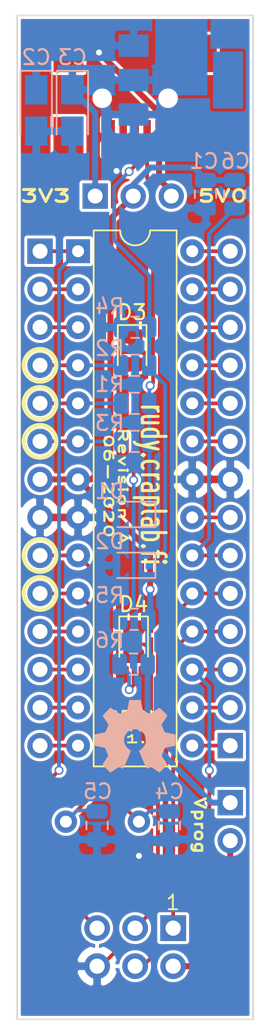
<source format=kicad_pcb>
(kicad_pcb (version 20171130) (host pcbnew 5.1.6-1.fc31)
  (layers (0 F.Cu signal) (31 B.Cu signal) (34 B.Paste user) (35 F.Paste user) (36 B.SilkS user) (37 F.SilkS user) (38 B.Mask user) (39 F.Mask user) (44 Edge.Cuts user))
  (net 0 "")
  (net 1 /VCC)
  (net 2 GND)
  (net 3 "Net-(C2-Pad1)")
  (net 4 "Net-(C3-Pad1)")
  (net 5 /PB6)
  (net 6 /PB7)
  (net 7 /PD3)
  (net 8 /PD2)
  (net 9 /#RESET)
  (net 10 /PB1)
  (net 11 /PD0)
  (net 12 /PB2)
  (net 13 /PD1)
  (net 14 /PB3)
  (net 15 /PB4)
  (net 16 /PB5)
  (net 17 /PD4)
  (net 18 /AVCC)
  (net 19 /AREF)
  (net 20 /PC0)
  (net 21 /PC1)
  (net 22 /PD5)
  (net 23 /PC2)
  (net 24 /PD6)
  (net 25 /PC3)
  (net 26 /PD7)
  (net 27 /PC4)
  (net 28 /PB0)
  (net 29 /PC5)
  (net 30 "Net-(JP2-Pad2)")
  (net 31 "Net-(D1-Pad1)")
  (net 32 "Net-(D2-Pad1)")
  (net 33 "Net-(D3-Pad2)")
  (net 34 "Net-(D4-Pad2)")
  (module TO_SOT_Packages_SMD:SOT-223 (layer B.Cu) (at 79.248 59.69)
    (fp_text reference U1 hide)
    (fp_text value LD1117S33TR)
    (pad 4 smd rect (at 3.15 0) (size 2 3.8) (layers B.Cu B.Paste B.Mask))
    (pad 2 smd rect (at -3.15 0) (size 2 1.5) (layers B.Cu B.Paste B.Mask) (net 4 "Net-(C3-Pad1)"))
    (pad 3 smd rect (at -3.15 -2.3) (size 2 1.5) (layers B.Cu B.Paste B.Mask) (net 3 "Net-(C2-Pad1)"))
    (pad 1 smd rect (at -3.15 2.3) (size 2 1.5) (layers B.Cu B.Paste B.Mask) (net 2 GND))
  )
  (module Connect:USB_Mini-B (layer F.Cu) (at 76.2 60.706 270)
    (fp_text reference P4 hide)
    (fp_text value USB_B)
    (pad 1 smd rect (at 2.8 -1.6 270) (size 2.3 0.5) (layers F.Cu F.Paste F.Mask) (net 3 "Net-(C2-Pad1)"))
    (pad 2 smd rect (at 2.8 -0.8 270) (size 2.3 0.5) (layers F.Cu F.Paste F.Mask) (net 31 "Net-(D1-Pad1)"))
    (pad 3 smd rect (at 2.8 0 270) (size 2.3 0.5) (layers F.Cu F.Paste F.Mask) (net 32 "Net-(D2-Pad1)"))
    (pad 4 smd rect (at 2.8 0.8 270) (size 2.3 0.5) (layers F.Cu F.Paste F.Mask) (net 2 GND))
    (pad 5 smd rect (at 2.8 1.6 270) (size 2.3 0.5) (layers F.Cu F.Paste F.Mask) (net 2 GND))
    (pad 6 smd rect (at 2.7 -4.45 270) (size 2.5 2) (layers F.Cu F.Paste F.Mask))
    (pad 6 smd rect (at -2.8 -4.45 270) (size 2.5 2) (layers F.Cu F.Paste F.Mask))
    (pad 6 smd rect (at 2.7 4.45 270) (size 2.5 2) (layers F.Cu F.Paste F.Mask))
    (pad 6 smd rect (at -2.8 4.45 270) (size 2.5 2) (layers F.Cu F.Paste F.Mask))
    (pad "" np_thru_hole circle (at 0.2 -2.2 270) (size 0.9 0.9) (drill 0.9) (layers *.Cu *.Mask))
    (pad "" np_thru_hole circle (at 0.2 2.2 270) (size 0.9 0.9) (drill 0.9) (layers *.Cu *.Mask))
  )
  (module Pin_Headers:Pin_Header_Straight_1x03_Pitch2.54mm (layer F.Cu) (at 73.533 67.437 90)
    (fp_text reference JP1 hide)
    (fp_text value JUMPER3)
    (pad 1 thru_hole rect (at 0 0 90) (size 1.7 1.7) (drill 1) (layers *.Cu *.Mask) (net 4 "Net-(C3-Pad1)"))
    (pad 2 thru_hole oval (at 0 2.54 90) (size 1.7 1.7) (drill 1) (layers *.Cu *.Mask) (net 1 /VCC))
    (pad 3 thru_hole oval (at 0 5.08 90) (size 1.7 1.7) (drill 1) (layers *.Cu *.Mask) (net 3 "Net-(C2-Pad1)"))
  )
  (module Socket_Strips:Socket_Strip_Straight_1x14_Pitch2.54mm (layer F.Cu) (at 69.85 71.12)
    (fp_text reference P1 hide)
    (fp_text value CONN1)
    (pad 1 thru_hole rect (at 0 0) (size 1.7 1.7) (drill 1) (layers *.Cu *.Mask) (net 9 /#RESET))
    (pad 2 thru_hole oval (at 0 2.54) (size 1.7 1.7) (drill 1) (layers *.Cu *.Mask) (net 11 /PD0))
    (pad 3 thru_hole oval (at 0 5.08) (size 1.7 1.7) (drill 1) (layers *.Cu *.Mask) (net 13 /PD1))
    (pad 4 thru_hole oval (at 0 7.62) (size 1.7 1.7) (drill 1) (layers *.Cu *.Mask) (net 8 /PD2))
    (pad 5 thru_hole oval (at 0 10.16) (size 1.7 1.7) (drill 1) (layers *.Cu *.Mask) (net 7 /PD3))
    (pad 6 thru_hole oval (at 0 12.7) (size 1.7 1.7) (drill 1) (layers *.Cu *.Mask) (net 17 /PD4))
    (pad 7 thru_hole oval (at 0 15.24) (size 1.7 1.7) (drill 1) (layers *.Cu *.Mask) (net 1 /VCC))
    (pad 8 thru_hole oval (at 0 17.78) (size 1.7 1.7) (drill 1) (layers *.Cu *.Mask) (net 2 GND))
    (pad 9 thru_hole oval (at 0 20.32) (size 1.7 1.7) (drill 1) (layers *.Cu *.Mask) (net 5 /PB6))
    (pad 10 thru_hole oval (at 0 22.86) (size 1.7 1.7) (drill 1) (layers *.Cu *.Mask) (net 6 /PB7))
    (pad 11 thru_hole oval (at 0 25.4) (size 1.7 1.7) (drill 1) (layers *.Cu *.Mask) (net 22 /PD5))
    (pad 12 thru_hole oval (at 0 27.94) (size 1.7 1.7) (drill 1) (layers *.Cu *.Mask) (net 24 /PD6))
    (pad 13 thru_hole oval (at 0 30.48) (size 1.7 1.7) (drill 1) (layers *.Cu *.Mask) (net 26 /PD7))
    (pad 14 thru_hole oval (at 0 33.02) (size 1.7 1.7) (drill 1) (layers *.Cu *.Mask) (net 28 /PB0))
  )
  (module Socket_Strips:Socket_Strip_Straight_1x14_Pitch2.54mm (layer F.Cu) (at 82.55 104.14 180)
    (fp_text reference P2 hide)
    (fp_text value CONN2)
    (pad 1 thru_hole rect (at 0 0 180) (size 1.7 1.7) (drill 1) (layers *.Cu *.Mask) (net 10 /PB1))
    (pad 2 thru_hole oval (at 0 2.54 180) (size 1.7 1.7) (drill 1) (layers *.Cu *.Mask) (net 12 /PB2))
    (pad 3 thru_hole oval (at 0 5.08 180) (size 1.7 1.7) (drill 1) (layers *.Cu *.Mask) (net 14 /PB3))
    (pad 4 thru_hole oval (at 0 7.62 180) (size 1.7 1.7) (drill 1) (layers *.Cu *.Mask) (net 15 /PB4))
    (pad 5 thru_hole oval (at 0 10.16 180) (size 1.7 1.7) (drill 1) (layers *.Cu *.Mask) (net 16 /PB5))
    (pad 6 thru_hole oval (at 0 12.7 180) (size 1.7 1.7) (drill 1) (layers *.Cu *.Mask) (net 18 /AVCC))
    (pad 7 thru_hole oval (at 0 15.24 180) (size 1.7 1.7) (drill 1) (layers *.Cu *.Mask) (net 19 /AREF))
    (pad 8 thru_hole oval (at 0 17.78 180) (size 1.7 1.7) (drill 1) (layers *.Cu *.Mask) (net 2 GND))
    (pad 9 thru_hole oval (at 0 20.32 180) (size 1.7 1.7) (drill 1) (layers *.Cu *.Mask) (net 20 /PC0))
    (pad 10 thru_hole oval (at 0 22.86 180) (size 1.7 1.7) (drill 1) (layers *.Cu *.Mask) (net 21 /PC1))
    (pad 11 thru_hole oval (at 0 25.4 180) (size 1.7 1.7) (drill 1) (layers *.Cu *.Mask) (net 23 /PC2))
    (pad 12 thru_hole oval (at 0 27.94 180) (size 1.7 1.7) (drill 1) (layers *.Cu *.Mask) (net 25 /PC3))
    (pad 13 thru_hole oval (at 0 30.48 180) (size 1.7 1.7) (drill 1) (layers *.Cu *.Mask) (net 27 /PC4))
    (pad 14 thru_hole oval (at 0 33.02 180) (size 1.7 1.7) (drill 1) (layers *.Cu *.Mask) (net 29 /PC5))
  )
  (module Pin_Headers:Pin_Header_Straight_1x02_Pitch2.54mm (layer F.Cu) (at 82.55 107.95)
    (fp_text reference JP2 hide)
    (fp_text value JUMPER hide)
    (pad 1 thru_hole rect (at 0 0) (size 1.7 1.7) (drill 1) (layers *.Cu *.Mask) (net 1 /VCC))
    (pad 2 thru_hole oval (at 0 2.54) (size 1.7 1.7) (drill 1) (layers *.Cu *.Mask) (net 30 "Net-(JP2-Pad2)"))
  )
  (module Connect:IDC_Header_Straight_6pins (layer F.Cu) (at 78.74 116.332 180)
    (fp_text reference P3 hide)
    (fp_text value SERPROG)
    (fp_text user 1 (at 0.02 1.72) (layer F.SilkS) (effects (font (thickness 0.12))))
    (pad 1 thru_hole rect (at 0 0 180) (size 1.7272 1.7272) (drill 1.016) (layers *.Cu *.Mask) (net 15 /PB4))
    (pad 2 thru_hole oval (at 0 -2.54 180) (size 1.7272 1.7272) (drill 1.016) (layers *.Cu *.Mask) (net 30 "Net-(JP2-Pad2)"))
    (pad 3 thru_hole oval (at 2.54 0 180) (size 1.7272 1.7272) (drill 1.016) (layers *.Cu *.Mask) (net 16 /PB5))
    (pad 4 thru_hole oval (at 2.54 -2.54 180) (size 1.7272 1.7272) (drill 1.016) (layers *.Cu *.Mask) (net 14 /PB3))
    (pad 5 thru_hole oval (at 5.08 0 180) (size 1.7272 1.7272) (drill 1.016) (layers *.Cu *.Mask) (net 9 /#RESET))
    (pad 6 thru_hole oval (at 5.08 -2.54 180) (size 1.7272 1.7272) (drill 1.016) (layers *.Cu *.Mask) (net 2 GND))
  )
  (module Crystals:Crystal_HC49-U_Vertical (layer F.Cu) (at 76.454 109.22 180)
    (fp_text reference Y1 hide)
    (fp_text value Crystal)
    (pad 1 thru_hole circle (at 0 0 180) (size 1.5 1.5) (drill 0.8) (layers *.Cu *.Mask) (net 5 /PB6))
    (pad 2 thru_hole circle (at 4.88 0 180) (size 1.5 1.5) (drill 0.8) (layers *.Cu *.Mask) (net 6 /PB7))
  )
  (module Artwork_4chord-midi:oshw_50 (layer B.Cu) (at 76.2 103.5 180)
    (fp_text reference oshw hide)
    (fp_text value LOGO hide)
    (fp_poly (pts (xy 0.455191 2.053732) (xy 0.476249 1.944907) (xy 0.49626 1.848111) (xy 0.51393 1.769098) (xy 0.527966 1.713624) (xy 0.537073 1.687442) (xy 0.537757 1.686558) (xy 0.560401 1.673653) (xy 0.609154 1.651039) (xy 0.676207 1.621909) (xy 0.753752 1.589452) (xy 0.833983 1.556859) (xy 0.909092 1.527321) (xy 0.971271 1.504028) (xy 1.012712 1.490172) (xy 1.024322 1.487715) (xy 1.044907 1.497556) (xy 1.090226 1.52493) (xy 1.155248 1.566611) (xy 1.234944 1.619377) (xy 1.324284 1.680001) (xy 1.324909 1.68043) (xy 1.414788 1.741755) (xy 1.495397 1.79605) (xy 1.561584 1.839901) (xy 1.608199 1.869896) (xy 1.630024 1.882596) (xy 1.649969 1.873346) (xy 1.689846 1.842241) (xy 1.744877 1.793999) (xy 1.810287 1.733339) (xy 1.881301 1.664981) (xy 1.953141 1.593644) (xy 2.021032 1.524047) (xy 2.080198 1.460909) (xy 2.125864 1.408949) (xy 2.153252 1.372887) (xy 2.159 1.359906) (xy 2.149154 1.336452) (xy 2.121778 1.288492) (xy 2.080123 1.221272) (xy 2.027434 1.140037) (xy 1.9685 1.052286) (xy 1.908268 0.96287) (xy 1.85587 0.882854) (xy 1.814539 0.817358) (xy 1.787506 0.771501) (xy 1.778 0.750523) (xy 1.784983 0.72594) (xy 1.803769 0.675913) (xy 1.831116 0.608016) (xy 1.86378 0.529825) (xy 1.898517 0.448914) (xy 1.932086 0.372857) (xy 1.961243 0.309231) (xy 1.982745 0.265609) (xy 1.992176 0.250282) (xy 2.011972 0.244082) (xy 2.060732 0.232542) (xy 2.131757 0.217007) (xy 2.218344 0.198821) (xy 2.313796 0.179329) (xy 2.411411 0.159878) (xy 2.504489 0.141812) (xy 2.58633 0.126476) (xy 2.650233 0.115215) (xy 2.689499 0.109376) (xy 2.696588 0.108858) (xy 2.700388 0.09181) (xy 2.702934 0.044999) (xy 2.704324 -0.025078) (xy 2.704656 -0.111925) (xy 2.704028 -0.209045) (xy 2.702538 -0.309941) (xy 2.700285 -0.408115) (xy 2.697366 -0.497071) (xy 2.69388 -0.570312) (xy 2.689925 -0.621341) (xy 2.685598 -0.64366) (xy 2.685217 -0.644026) (xy 2.662274 -0.650843) (xy 2.609723 -0.662889) (xy 2.53365 -0.678879) (xy 2.440145 -0.697528) (xy 2.348226 -0.715128) (xy 2.242297 -0.736164) (xy 2.148984 -0.756844) (xy 2.074336 -0.775662) (xy 2.024401 -0.791112) (xy 2.006072 -0.800281) (xy 1.991226 -0.825836) (xy 1.967023 -0.877538) (xy 1.936572 -0.947671) (xy 1.902981 -1.028523) (xy 1.869361 -1.112379) (xy 1.83882 -1.191524) (xy 1.814469 -1.258244) (xy 1.799416 -1.304825) (xy 1.796076 -1.32128) (xy 1.805985 -1.34343) (xy 1.833429 -1.389938) (xy 1.875051 -1.455495) (xy 1.927492 -1.534789) (xy 1.977572 -1.608309) (xy 2.036622 -1.695576) (xy 2.087636 -1.774174) (xy 2.127238 -1.83864) (xy 2.152052 -1.88351) (xy 2.159 -1.901985) (xy 2.14677 -1.922351) (xy 2.113264 -1.962965) (xy 2.063265 -2.018912) (xy 2.001552 -2.085276) (xy 1.932905 -2.157141) (xy 1.862105 -2.229592) (xy 1.793933 -2.297714) (xy 1.733168 -2.356591) (xy 1.684591 -2.401307) (xy 1.652983 -2.426947) (xy 1.644394 -2.431142) (xy 1.625086 -2.421351) (xy 1.581232 -2.394239) (xy 1.51808 -2.353201) (xy 1.440875 -2.301631) (xy 1.377196 -2.258283) (xy 1.291588 -2.200064) (xy 1.214866 -2.148835) (xy 1.152663 -2.108283) (xy 1.110609 -2.082096) (xy 1.096015 -2.074221) (xy 1.066123 -2.076289) (xy 1.014414 -2.092317) (xy 0.951028 -2.119083) (xy 0.943429 -2.122714) (xy 0.880692 -2.150329) (xy 0.828581 -2.168316) (xy 0.797112 -2.173303) (xy 0.79484 -2.17274) (xy 0.783955 -2.155102) (xy 0.761215 -2.108592) (xy 0.728616 -2.037873) (xy 0.688154 -1.947611) (xy 0.641829 -1.842469) (xy 0.591635 -1.727113) (xy 0.539571 -1.606206) (xy 0.487634 -1.484414) (xy 0.437821 -1.366401) (xy 0.392128 -1.25683) (xy 0.352554 -1.160368) (xy 0.321094 -1.081677) (xy 0.299747 -1.025424) (xy 0.290509 -0.996271) (xy 0.290286 -0.994293) (xy 0.303877 -0.979203) (xy 0.340169 -0.948455) (xy 0.39244 -0.907624) (xy 0.416584 -0.88952) (xy 0.543026 -0.775957) (xy 0.639276 -0.647705) (xy 0.705039 -0.508855) (xy 0.74002 -0.363502) (xy 0.743924 -0.215738) (xy 0.716456 -0.069657) (xy 0.657321 0.070649) (xy 0.566224 0.201086) (xy 0.50012 0.269233) (xy 0.374998 0.362294) (xy 0.240593 0.423393) (xy 0.100951 0.454317) (xy -0.039879 0.456853) (xy -0.177849 0.432786) (xy -0.308911 0.383903) (xy -0.429017 0.31199) (xy -0.534119 0.218834) (xy -0.620168 0.10622) (xy -0.683117 -0.024065) (xy -0.718918 -0.170234) (xy -0.725714 -0.27169) (xy -0.708563 -0.434205) (xy -0.65746 -0.584416) (xy -0.572931 -0.72133) (xy -0.455503 -0.843954) (xy -0.398441 -0.88952) (xy -0.341617 -0.932844) (xy -0.298054 -0.968341) (xy -0.274474 -0.990434) (xy -0.272142 -0.994293) (xy -0.279045 -1.018308) (xy -0.298421 -1.070231) (xy -0.32827 -1.145397) (xy -0.366595 -1.23914) (xy -0.411396 -1.346797) (xy -0.460675 -1.463702) (xy -0.512432 -1.585192) (xy -0.56467 -1.706601) (xy -0.615389 -1.823265) (xy -0.66259 -1.93052) (xy -0.704274 -2.0237) (xy -0.738444 -2.098142) (xy -0.763099 -2.14918) (xy -0.776241 -2.17215) (xy -0.777197 -2.172932) (xy -0.804709 -2.169966) (xy -0.854543 -2.15324) (xy -0.917037 -2.126132) (xy -0.932124 -2.118813) (xy -1.061357 -2.054833) (xy -1.336376 -2.242988) (xy -1.424558 -2.302766) (xy -1.502727 -2.35471) (xy -1.565876 -2.395579) (xy -1.609 -2.422131) (xy -1.626904 -2.431142) (xy -1.643947 -2.418869) (xy -1.682268 -2.384674) (xy -1.737689 -2.332498) (xy -1.806035 -2.266279) (xy -1.883129 -2.189957) (xy -1.891636 -2.181443) (xy -1.968889 -2.102546) (xy -2.036399 -2.03074) (xy -2.090193 -1.970488) (xy -2.126302 -1.926248) (xy -2.140754 -1.902481) (xy -2.140857 -1.901507) (xy -2.130935 -1.877287) (xy -2.10342 -1.828905) (xy -2.061685 -1.761814) (xy -2.009104 -1.681467) (xy -1.959428 -1.608309) (xy -1.90048 -1.521564) (xy -1.849525 -1.444086) (xy -1.80992 -1.381187) (xy -1.785023 -1.338174) (xy -1.777932 -1.32128) (xy -1.784666 -1.293298) (xy -1.802865 -1.239799) (xy -1.82942 -1.168499) (xy -1.861222 -1.087112) (xy -1.895162 -1.003352) (xy -1.92813 -0.924933) (xy -1.957016 -0.85957) (xy -1.978712 -0.814977) (xy -1.987928 -0.800281) (xy -2.012833 -0.788757) (xy -2.067456 -0.772619) (xy -2.14575 -0.753373) (xy -2.241667 -0.732525) (xy -2.330083 -0.715128) (xy -2.433897 -0.695201) (xy -2.525639 -0.676802) (xy -2.599219 -0.661216) (xy -2.648551 -0.649728) (xy -2.667073 -0.644026) (xy -2.671426 -0.624447) (xy -2.675417 -0.575606) (xy -2.678947 -0.504002) (xy -2.681918 -0.416129) (xy -2.684231 -0.318486) (xy -2.685789 -0.217569) (xy -2.686494 -0.119875) (xy -2.686247 -0.031902) (xy -2.684952 0.039854) (xy -2.682509 0.088896) (xy -2.678819 0.108727) (xy -2.678445 0.108858) (xy -2.650351 0.112273) (xy -2.595062 0.121623) (xy -2.519278 0.135562) (xy -2.429699 0.152744) (xy -2.333025 0.171826) (xy -2.235957 0.191461) (xy -2.145195 0.210304) (xy -2.067439 0.22701) (xy -2.009389 0.240234) (xy -1.977745 0.248631) (xy -1.974033 0.250282) (xy -1.960856 0.272785) (xy -1.937466 0.321267) (xy -1.907106 0.388153) (xy -1.87302 0.465866) (xy -1.83845 0.546834) (xy -1.80664 0.623481) (xy -1.780832 0.688231) (xy -1.764271 0.733512) (xy -1.759857 0.750523) (xy -1.769673 0.772067) (xy -1.796967 0.818287) (xy -1.838506 0.884063) (xy -1.891058 0.964274) (xy -1.950357 1.052286) (xy -2.01068 1.142142) (xy -2.063139 1.223099) (xy -2.104485 1.289911) (xy -2.131472 1.337336) (xy -2.140857 1.359906) (xy -2.128514 1.382562) (xy -2.094668 1.424302) (xy -2.044096 1.480408) (xy -1.981574 1.54616) (xy -1.911878 1.61684) (xy -1.839782 1.687727) (xy -1.770065 1.754103) (xy -1.7075 1.811249) (xy -1.656865 1.854445) (xy -1.622935 1.878973) (xy -1.61188 1.882596) (xy -1.589763 1.869713) (xy -1.542964 1.839589) (xy -1.476636 1.795637) (xy -1.395928 1.74127) (xy -1.306765 1.68043) (xy -1.217377 1.619764) (xy -1.137599 1.566934) (xy -1.072461 1.525167) (xy -1.026993 1.497686) (xy -1.006223 1.487715) (xy -1.006178 1.487715) (xy -0.980774 1.494445) (xy -0.929988 1.51251) (xy -0.861629 1.538718) (xy -0.783504 1.569879) (xy -0.70342 1.602801) (xy -0.629186 1.634295) (xy -0.568608 1.661169) (xy -0.529495 1.680232) (xy -0.519614 1.686558) (xy -0.511168 1.708934) (xy -0.497643 1.761276) (xy -0.480331 1.83783) (xy -0.460527 1.932842) (xy -0.439525 2.040556) (xy -0.437048 2.053732) (xy -0.371458 2.403929) (xy 0.389602 2.403929) (xy 0.455191 2.053732)) (layer B.SilkS) (width 0.01))
  )
  (module Housings_DIP:DIP-28_W7.62mm (layer F.Cu) (at 72.39 71.12)
    (fp_text reference IC1 hide)
    (fp_text value ATMEGA328-P)
    (fp_line (start 6.58 -1.39) (end 4.81 -1.39) (layer F.SilkS) (width 0.12))
    (fp_line (start 6.58 34.41) (end 6.58 -1.39) (layer F.SilkS) (width 0.12))
    (fp_line (start 1.04 34.41) (end 6.58 34.41) (layer F.SilkS) (width 0.12))
    (fp_line (start 1.04 -1.39) (end 1.04 34.41) (layer F.SilkS) (width 0.12))
    (fp_line (start 2.81 -1.39) (end 1.04 -1.39) (layer F.SilkS) (width 0.12))
    (fp_arc (start 3.81 -1.39) (end 2.81 -1.39) (angle -180) (layer F.SilkS) (width 0.12))
    (pad 1 thru_hole rect (at 0 0) (size 1.6 1.6) (drill 0.8) (layers *.Cu *.Mask) (net 9 /#RESET))
    (pad 15 thru_hole oval (at 7.62 33.02) (size 1.6 1.6) (drill 0.8) (layers *.Cu *.Mask) (net 10 /PB1))
    (pad 2 thru_hole oval (at 0 2.54) (size 1.6 1.6) (drill 0.8) (layers *.Cu *.Mask) (net 11 /PD0))
    (pad 16 thru_hole oval (at 7.62 30.48) (size 1.6 1.6) (drill 0.8) (layers *.Cu *.Mask) (net 12 /PB2))
    (pad 3 thru_hole oval (at 0 5.08) (size 1.6 1.6) (drill 0.8) (layers *.Cu *.Mask) (net 13 /PD1))
    (pad 17 thru_hole oval (at 7.62 27.94) (size 1.6 1.6) (drill 0.8) (layers *.Cu *.Mask) (net 14 /PB3))
    (pad 4 thru_hole oval (at 0 7.62) (size 1.6 1.6) (drill 0.8) (layers *.Cu *.Mask) (net 8 /PD2))
    (pad 18 thru_hole oval (at 7.62 25.4) (size 1.6 1.6) (drill 0.8) (layers *.Cu *.Mask) (net 15 /PB4))
    (pad 5 thru_hole oval (at 0 10.16) (size 1.6 1.6) (drill 0.8) (layers *.Cu *.Mask) (net 7 /PD3))
    (pad 19 thru_hole oval (at 7.62 22.86) (size 1.6 1.6) (drill 0.8) (layers *.Cu *.Mask) (net 16 /PB5))
    (pad 6 thru_hole oval (at 0 12.7) (size 1.6 1.6) (drill 0.8) (layers *.Cu *.Mask) (net 17 /PD4))
    (pad 20 thru_hole oval (at 7.62 20.32) (size 1.6 1.6) (drill 0.8) (layers *.Cu *.Mask) (net 18 /AVCC))
    (pad 7 thru_hole oval (at 0 15.24) (size 1.6 1.6) (drill 0.8) (layers *.Cu *.Mask) (net 1 /VCC))
    (pad 21 thru_hole oval (at 7.62 17.78) (size 1.6 1.6) (drill 0.8) (layers *.Cu *.Mask) (net 19 /AREF))
    (pad 8 thru_hole oval (at 0 17.78) (size 1.6 1.6) (drill 0.8) (layers *.Cu *.Mask) (net 2 GND))
    (pad 22 thru_hole oval (at 7.62 15.24) (size 1.6 1.6) (drill 0.8) (layers *.Cu *.Mask) (net 2 GND))
    (pad 9 thru_hole oval (at 0 20.32) (size 1.6 1.6) (drill 0.8) (layers *.Cu *.Mask) (net 5 /PB6))
    (pad 23 thru_hole oval (at 7.62 12.7) (size 1.6 1.6) (drill 0.8) (layers *.Cu *.Mask) (net 20 /PC0))
    (pad 10 thru_hole oval (at 0 22.86) (size 1.6 1.6) (drill 0.8) (layers *.Cu *.Mask) (net 6 /PB7))
    (pad 24 thru_hole oval (at 7.62 10.16) (size 1.6 1.6) (drill 0.8) (layers *.Cu *.Mask) (net 21 /PC1))
    (pad 11 thru_hole oval (at 0 25.4) (size 1.6 1.6) (drill 0.8) (layers *.Cu *.Mask) (net 22 /PD5))
    (pad 25 thru_hole oval (at 7.62 7.62) (size 1.6 1.6) (drill 0.8) (layers *.Cu *.Mask) (net 23 /PC2))
    (pad 12 thru_hole oval (at 0 27.94) (size 1.6 1.6) (drill 0.8) (layers *.Cu *.Mask) (net 24 /PD6))
    (pad 26 thru_hole oval (at 7.62 5.08) (size 1.6 1.6) (drill 0.8) (layers *.Cu *.Mask) (net 25 /PC3))
    (pad 13 thru_hole oval (at 0 30.48) (size 1.6 1.6) (drill 0.8) (layers *.Cu *.Mask) (net 26 /PD7))
    (pad 27 thru_hole oval (at 7.62 2.54) (size 1.6 1.6) (drill 0.8) (layers *.Cu *.Mask) (net 27 /PC4))
    (pad 14 thru_hole oval (at 0 33.02) (size 1.6 1.6) (drill 0.8) (layers *.Cu *.Mask) (net 28 /PB0))
    (pad 28 thru_hole oval (at 7.62 0) (size 1.6 1.6) (drill 0.8) (layers *.Cu *.Mask) (net 29 /PC5))
  )
  (module Capacitors_Tantalum_SMD:CP_Tantalum_Case-A_EIA-3216-18_Reflow (layer B.Cu) (at 69.596 61.722 270)
    (fp_text reference C2 (at -3.556 0) (layer B.SilkS) (effects (justify mirror)))
    (fp_text value 10u)
    (fp_line (start -2.65 1.05) (end -2.65 -1.05) (layer B.SilkS) (width 0.12))
    (fp_line (start -2.65 -1.05) (end 1.6 -1.05) (layer B.SilkS) (width 0.12))
    (fp_line (start -2.65 1.05) (end 1.6 1.05) (layer B.SilkS) (width 0.12))
    (pad 1 smd rect (at -1.375 0 270) (size 1.95 1.5) (layers B.Cu B.Paste B.Mask) (net 3 "Net-(C2-Pad1)"))
    (pad 2 smd rect (at 1.375 0 270) (size 1.95 1.5) (layers B.Cu B.Paste B.Mask) (net 2 GND))
  )
  (module Capacitors_Tantalum_SMD:CP_Tantalum_Case-A_EIA-3216-18_Reflow (layer B.Cu) (at 72.009 61.722 270)
    (fp_text reference C3 (at -3.556 0) (layer B.SilkS) (effects (justify mirror)))
    (fp_text value 10u)
    (fp_line (start -2.65 1.05) (end -2.65 -1.05) (layer B.SilkS) (width 0.12))
    (fp_line (start -2.65 -1.05) (end 1.6 -1.05) (layer B.SilkS) (width 0.12))
    (fp_line (start -2.65 1.05) (end 1.6 1.05) (layer B.SilkS) (width 0.12))
    (pad 1 smd rect (at -1.375 0 270) (size 1.95 1.5) (layers B.Cu B.Paste B.Mask) (net 4 "Net-(C3-Pad1)"))
    (pad 2 smd rect (at 1.375 0 270) (size 1.95 1.5) (layers B.Cu B.Paste B.Mask) (net 2 GND))
  )
  (module Diodes_SMD:D_SOD-323F (layer B.Cu) (at 76.05 88.7 180)
    (fp_text reference D1 (at 1.55 1.55 180) (layer B.SilkS) (effects (justify mirror)))
    (fp_text value 3V6)
    (fp_line (start -1.5 0.85) (end 1.05 0.85) (layer B.SilkS) (width 0.12))
    (fp_line (start -1.5 -0.85) (end 1.05 -0.85) (layer B.SilkS) (width 0.12))
    (fp_line (start -1.5 0.85) (end -1.5 -0.85) (layer B.SilkS) (width 0.12))
    (pad 1 smd rect (at -1.1 0 180) (size 0.5 0.5) (layers B.Cu B.Paste B.Mask) (net 31 "Net-(D1-Pad1)"))
    (pad 2 smd rect (at 1.1 0 180) (size 0.5 0.5) (layers B.Cu B.Paste B.Mask) (net 2 GND))
  )
  (module Diodes_SMD:D_SOD-323F (layer B.Cu) (at 76.05 92.1 180)
    (fp_text reference D2 (at 1.55 1.6 180) (layer B.SilkS) (effects (justify mirror)))
    (fp_text value 3V6)
    (fp_line (start -1.5 0.85) (end 1.05 0.85) (layer B.SilkS) (width 0.12))
    (fp_line (start -1.5 -0.85) (end 1.05 -0.85) (layer B.SilkS) (width 0.12))
    (fp_line (start -1.5 0.85) (end -1.5 -0.85) (layer B.SilkS) (width 0.12))
    (pad 1 smd rect (at -1.1 0 180) (size 0.5 0.5) (layers B.Cu B.Paste B.Mask) (net 32 "Net-(D2-Pad1)"))
    (pad 2 smd rect (at 1.1 0 180) (size 0.5 0.5) (layers B.Cu B.Paste B.Mask) (net 2 GND))
  )
  (module Capacitor_SMD:C_0805_2012Metric (layer B.Cu) (at 80.899 67.31 270)
    (fp_text reference C1 (at -2.21 0.099 180) (layer B.SilkS) (effects (justify mirror)))
    (fp_text value 100n)
    (fp_line (start -0.258578 -0.71) (end 0.258578 -0.71) (layer B.SilkS) (width 0.12))
    (fp_line (start -0.258578 0.71) (end 0.258578 0.71) (layer B.SilkS) (width 0.12))
    (pad 1 smd roundrect (at -0.9375 0 270) (size 0.975 1.4) (layers B.Cu B.Paste B.Mask) (net 1 /VCC))
    (pad 2 smd roundrect (at 0.9375 0 270) (size 0.975 1.4) (layers B.Cu B.Paste B.Mask) (net 2 GND))
  )
  (module Capacitor_SMD:C_0805_2012Metric (layer B.Cu) (at 78.486 109.474 270)
    (fp_text reference C4 (at -2.274 -0.014 180) (layer B.SilkS) (effects (justify mirror)))
    (fp_text value 22p)
    (fp_line (start -0.258578 -0.71) (end 0.258578 -0.71) (layer B.SilkS) (width 0.12))
    (fp_line (start -0.258578 0.71) (end 0.258578 0.71) (layer B.SilkS) (width 0.12))
    (pad 1 smd roundrect (at -0.9375 0 270) (size 0.975 1.4) (layers B.Cu B.Paste B.Mask) (net 5 /PB6))
    (pad 2 smd roundrect (at 0.9375 0 270) (size 0.975 1.4) (layers B.Cu B.Paste B.Mask) (net 2 GND))
  )
  (module Capacitor_SMD:C_0805_2012Metric (layer B.Cu) (at 73.66 109.474 270)
    (fp_text reference C5 (at -2.274 -0.04 180) (layer B.SilkS) (effects (justify mirror)))
    (fp_text value 22p)
    (fp_line (start -0.258578 0.71) (end 0.258578 0.71) (layer B.SilkS) (width 0.12))
    (fp_line (start -0.258578 -0.71) (end 0.258578 -0.71) (layer B.SilkS) (width 0.12))
    (pad 2 smd roundrect (at 0.9375 0 270) (size 0.975 1.4) (layers B.Cu B.Paste B.Mask) (net 2 GND))
    (pad 1 smd roundrect (at -0.9375 0 270) (size 0.975 1.4) (layers B.Cu B.Paste B.Mask) (net 6 /PB7))
  )
  (module LED_SMD:LED_0805_2012Metric (layer F.Cu) (at 76 77.7375 270)
    (fp_text reference D3 (at -2.5375 0 180) (layer F.SilkS))
    (fp_text value LED)
    (fp_line (start -1.685 0.96) (end 1 0.96) (layer F.SilkS) (width 0.12))
    (fp_line (start -1.685 -0.96) (end -1.685 0.96) (layer F.SilkS) (width 0.12))
    (fp_line (start 1 -0.96) (end -1.685 -0.96) (layer F.SilkS) (width 0.12))
    (pad 1 smd roundrect (at -0.9375 0 270) (size 0.975 1.4) (layers F.Cu F.Paste F.Mask) (net 2 GND))
    (pad 2 smd roundrect (at 0.9375 0 270) (size 0.975 1.4) (layers F.Cu F.Paste F.Mask) (net 33 "Net-(D3-Pad2)"))
  )
  (module LED_SMD:LED_0805_2012Metric (layer F.Cu) (at 76.1 97.2 270)
    (fp_text reference D4 (at -2.5 0 180) (layer F.SilkS))
    (fp_text value LED)
    (fp_line (start 1 -0.96) (end -1.685 -0.96) (layer F.SilkS) (width 0.12))
    (fp_line (start -1.685 -0.96) (end -1.685 0.96) (layer F.SilkS) (width 0.12))
    (fp_line (start -1.685 0.96) (end 1 0.96) (layer F.SilkS) (width 0.12))
    (pad 2 smd roundrect (at 0.9375 0 270) (size 0.975 1.4) (layers F.Cu F.Paste F.Mask) (net 34 "Net-(D4-Pad2)"))
    (pad 1 smd roundrect (at -0.9375 0 270) (size 0.975 1.4) (layers F.Cu F.Paste F.Mask) (net 2 GND))
  )
  (module Resistor_SMD:R_0805_2012Metric (layer B.Cu) (at 76.2 81.28)
    (fp_text reference R1 (at -1.7 -1.28) (layer B.SilkS) (effects (justify mirror)))
    (fp_text value 68R)
    (fp_line (start -0.258578 -0.71) (end 0.258578 -0.71) (layer B.SilkS) (width 0.12))
    (fp_line (start -0.258578 0.71) (end 0.258578 0.71) (layer B.SilkS) (width 0.12))
    (pad 1 smd roundrect (at -0.9375 0) (size 0.975 1.4) (layers B.Cu B.Paste B.Mask) (net 7 /PD3))
    (pad 2 smd roundrect (at 0.9375 0) (size 0.975 1.4) (layers B.Cu B.Paste B.Mask) (net 31 "Net-(D1-Pad1)"))
  )
  (module Resistor_SMD:R_0805_2012Metric (layer B.Cu) (at 76.2 78.74)
    (fp_text reference R2 (at -1.7 -1.14 180) (layer B.SilkS) (effects (justify mirror)))
    (fp_text value 68R)
    (fp_line (start -0.258578 -0.71) (end 0.258578 -0.71) (layer B.SilkS) (width 0.12))
    (fp_line (start -0.258578 0.71) (end 0.258578 0.71) (layer B.SilkS) (width 0.12))
    (pad 1 smd roundrect (at -0.9375 0) (size 0.975 1.4) (layers B.Cu B.Paste B.Mask) (net 8 /PD2))
    (pad 2 smd roundrect (at 0.9375 0) (size 0.975 1.4) (layers B.Cu B.Paste B.Mask) (net 32 "Net-(D2-Pad1)"))
  )
  (module Resistor_SMD:R_0805_2012Metric (layer B.Cu) (at 76.2 83.82)
    (fp_text reference R3 (at -1.7 -1.22) (layer B.SilkS) (effects (justify mirror)))
    (fp_text value 1k5)
    (fp_line (start -0.258578 0.71) (end 0.258578 0.71) (layer B.SilkS) (width 0.12))
    (fp_line (start -0.258578 -0.71) (end 0.258578 -0.71) (layer B.SilkS) (width 0.12))
    (pad 2 smd roundrect (at 0.9375 0) (size 0.975 1.4) (layers B.Cu B.Paste B.Mask) (net 31 "Net-(D1-Pad1)"))
    (pad 1 smd roundrect (at -0.9375 0) (size 0.975 1.4) (layers B.Cu B.Paste B.Mask) (net 17 /PD4))
  )
  (module Resistor_SMD:R_0805_2012Metric (layer B.Cu) (at 76.2 76.2 180)
    (fp_text reference R4 (at 1.7 1.4) (layer B.SilkS) (effects (justify mirror)))
    (fp_text value 1M)
    (fp_line (start -0.258578 0.71) (end 0.258578 0.71) (layer B.SilkS) (width 0.12))
    (fp_line (start -0.258578 -0.71) (end 0.258578 -0.71) (layer B.SilkS) (width 0.12))
    (pad 2 smd roundrect (at 0.9375 0 180) (size 0.975 1.4) (layers B.Cu B.Paste B.Mask) (net 2 GND))
    (pad 1 smd roundrect (at -0.9375 0 180) (size 0.975 1.4) (layers B.Cu B.Paste B.Mask) (net 32 "Net-(D2-Pad1)"))
  )
  (module Resistor_SMD:R_0805_2012Metric (layer B.Cu) (at 76.1375 95.7)
    (fp_text reference R5 (at -1.6375 -1.6 180) (layer B.SilkS) (effects (justify mirror)))
    (fp_text value 120R)
    (fp_line (start -0.258578 0.71) (end 0.258578 0.71) (layer B.SilkS) (width 0.12))
    (fp_line (start -0.258578 -0.71) (end 0.258578 -0.71) (layer B.SilkS) (width 0.12))
    (pad 2 smd roundrect (at 0.9375 0) (size 0.975 1.4) (layers B.Cu B.Paste B.Mask) (net 1 /VCC))
    (pad 1 smd roundrect (at -0.9375 0) (size 0.975 1.4) (layers B.Cu B.Paste B.Mask) (net 33 "Net-(D3-Pad2)"))
  )
  (module Resistor_SMD:R_0805_2012Metric (layer B.Cu) (at 76.1 98.7)
    (fp_text reference R6 (at -1.6 -1.6) (layer B.SilkS) (effects (justify mirror)))
    (fp_text value 120R)
    (fp_line (start -0.258578 -0.71) (end 0.258578 -0.71) (layer B.SilkS) (width 0.12))
    (fp_line (start -0.258578 0.71) (end 0.258578 0.71) (layer B.SilkS) (width 0.12))
    (pad 1 smd roundrect (at -0.9375 0) (size 0.975 1.4) (layers B.Cu B.Paste B.Mask) (net 34 "Net-(D4-Pad2)"))
    (pad 2 smd roundrect (at 0.9375 0) (size 0.975 1.4) (layers B.Cu B.Paste B.Mask) (net 1 /VCC))
  )
  (module Capacitor_SMD:C_0805_2012Metric (layer B.Cu) (at 82.85 67.31 270)
    (fp_text reference C6 (at -2.21 -0.05 180) (layer B.SilkS) (effects (justify mirror)))
    (fp_text value 100n)
    (fp_line (start -0.258578 0.71) (end 0.258578 0.71) (layer B.SilkS) (width 0.12))
    (fp_line (start -0.258578 -0.71) (end 0.258578 -0.71) (layer B.SilkS) (width 0.12))
    (pad 1 smd roundrect (at -0.9375 0 270) (size 0.975 1.4) (layers B.Cu B.Paste B.Mask) (net 1 /VCC))
    (pad 2 smd roundrect (at 0.9375 0 270) (size 0.975 1.4) (layers B.Cu B.Paste B.Mask) (net 18 /AVCC))
  )
  (gr_text "CERN\nOHL\nv.1.2" (at 76.1 102.9) (layer F.SilkS) (effects (font (size 0.5 1) (thickness 0.125))))
  (gr_line (start 84.074 55.372) (end 68.326 55.372) (angle 90) (layer Edge.Cuts) (width 0.1))
  (gr_line (start 84.074 122.428) (end 84.074 55.372) (angle 90) (layer Edge.Cuts) (width 0.1))
  (gr_line (start 68.326 122.428) (end 84.074 122.428) (angle 90) (layer Edge.Cuts) (width 0.1))
  (gr_line (start 68.326 55.372) (end 68.326 122.428) (angle 90) (layer Edge.Cuts) (width 0.1))
  (gr_circle (center 69.85 93.98) (end 70.927631 93.98) (layer F.SilkS) (width 0.3))
  (gr_circle (center 69.85 91.44) (end 70.927631 91.44) (layer F.SilkS) (width 0.3))
  (gr_circle (center 69.85 83.82) (end 70.927631 83.82) (layer F.SilkS) (width 0.3))
  (gr_circle (center 69.85 81.28) (end 70.927631 81.28) (layer F.SilkS) (width 0.3))
  (gr_circle (center 69.85 78.74) (end 70.927631 78.74) (layer F.SilkS) (width 0.3))
  (gr_text rudy.craplab.fi (at 77.4 86.7 270) (layer F.SilkS) (effects (font (size 1.6 1) (thickness 0.2))))
  (gr_text "Revision A\n06-2020" (at 74.9 86.8 270) (layer F.SilkS) (effects (font (size 0.6 1))))
  (gr_text Vprog (at 80.518 109.474 270) (layer F.SilkS) (effects (font (size 0.7 0.9) (thickness 0.175))))
  (gr_text 5V0 (at 82.042 67.437) (layer F.SilkS) (effects (font (size 0.8 1.2) (thickness 0.2))))
  (gr_text 3V3 (at 70.231 67.437) (layer F.SilkS) (effects (font (size 0.8 1.2) (thickness 0.2))))
  (segment (start 69.85 86.36) (end 72.39 86.36) (width 0.4) (layer F.Cu) (net 1))
  (segment (start 72.39 86.36) (end 73.279 86.36) (width 0.4) (layer F.Cu) (net 1))
  (segment (start 73.279 86.36) (end 74.549 85.09) (width 0.4) (layer F.Cu) (net 1))
  (segment (start 74.549 85.09) (end 74.549 68.961) (width 0.4) (layer F.Cu) (net 1))
  (segment (start 74.549 68.961) (end 76.073 67.437) (width 0.4) (layer F.Cu) (net 1))
  (segment (start 76.073 67.437) (end 76.073 66.675) (width 0.4) (layer B.Cu) (net 1))
  (segment (start 76.073 66.675) (end 77.216 65.532) (width 0.4) (layer B.Cu) (net 1))
  (segment (start 77.216 65.532) (end 80.121 65.532) (width 0.4) (layer B.Cu) (net 1))
  (segment (start 80.121 65.532) (end 80.899 66.31) (width 0.4) (layer B.Cu) (net 1))
  (segment (start 72.39 86.36) (end 72.39 86.868) (width 0.25) (layer F.Cu) (net 1))
  (segment (start 72.39 86.36) (end 73.152 86.36) (width 0.25) (layer F.Cu) (net 1))
  (segment (start 77.0375 103.6875) (end 77.0375 98.9) (width 0.4) (layer B.Cu) (net 1))
  (segment (start 81.3 107.95) (end 77.0375 103.6875) (width 0.4) (layer B.Cu) (net 1))
  (segment (start 82.55 107.95) (end 81.3 107.95) (width 0.4) (layer B.Cu) (net 1))
  (segment (start 77.075 98.6625) (end 77.0375 98.7) (width 0.4) (layer B.Cu) (net 1))
  (segment (start 77.075 95.7) (end 77.075 98.6625) (width 0.4) (layer B.Cu) (net 1))
  (via (at 77.2 93.7) (size 0.6) (drill 0.4) (layers F.Cu B.Cu) (net 1))
  (segment (start 72.39 86.36) (end 77.2 91.17) (width 0.4) (layer F.Cu) (net 1))
  (segment (start 77.2 91.17) (end 77.2 93.7) (width 0.4) (layer F.Cu) (net 1))
  (segment (start 77.2 95.575) (end 77.075 95.7) (width 0.4) (layer B.Cu) (net 1))
  (segment (start 77.2 93.7) (end 77.2 95.575) (width 0.4) (layer B.Cu) (net 1))
  (segment (start 80.899 66.3725) (end 82.85 66.3725) (width 0.4) (layer B.Cu) (net 1))
  (segment (start 74.6 63.506) (end 74.6 63.957) (width 0.25) (layer F.Cu) (net 2))
  (segment (start 75.4 64.046) (end 75.4 63.506) (width 0.25) (layer F.Cu) (net 2))
  (segment (start 74.6 63.506) (end 74.6 63.957) (width 0.25) (layer F.Cu) (net 2))
  (segment (start 74.6 63.424) (end 74.6 63.506) (width 0.25) (layer F.Cu) (net 2))
  (segment (start 80.01 86.36) (end 79.629 86.36) (width 0.25) (layer B.Cu) (net 2))
  (segment (start 79.629 86.36) (end 80.01 86.36) (width 0.25) (layer F.Cu) (net 2))
  (segment (start 73.66 118.872) (end 73.914 118.872) (width 0.25) (layer F.Cu) (net 2))
  (segment (start 73.914 118.872) (end 74.93 117.856) (width 0.25) (layer F.Cu) (net 2))
  (segment (start 74.93 117.856) (end 74.93 113.03) (width 0.25) (layer F.Cu) (net 2))
  (segment (start 74.93 113.03) (end 76.454 111.506) (width 0.25) (layer F.Cu) (net 2))
  (via (at 76.454 111.506) (size 0.6) (drill 0.4) (layers F.Cu B.Cu) (net 2))
  (segment (start 76.454 111.506) (end 77.236 110.724) (width 0.25) (layer B.Cu) (net 2))
  (segment (start 77.236 110.724) (end 78.486 110.724) (width 0.25) (layer B.Cu) (net 2))
  (segment (start 72.009 63.722) (end 72.009 63.754) (width 0.25) (layer B.Cu) (net 2))
  (segment (start 80.01 86.36) (end 82.55 86.36) (width 0.25) (layer F.Cu) (net 2))
  (segment (start 69.85 88.9) (end 72.39 88.9) (width 0.25) (layer F.Cu) (net 2))
  (via (at 74.958058 65.758058) (size 0.6) (drill 0.4) (layers F.Cu B.Cu) (net 2))
  (segment (start 75.4 63.506) (end 75.4 65.316116) (width 0.25) (layer F.Cu) (net 2))
  (segment (start 75.4 65.316116) (end 74.958058 65.758058) (width 0.25) (layer F.Cu) (net 2))
  (segment (start 76.098 64.618116) (end 76.098 61.99) (width 0.25) (layer B.Cu) (net 2))
  (segment (start 74.958058 65.758058) (end 76.098 64.618116) (width 0.25) (layer B.Cu) (net 2))
  (segment (start 77.8 63.506) (end 77.8 61.8615) (width 0.4) (layer F.Cu) (net 3))
  (segment (start 77.8 61.8615) (end 73.787 57.8485) (width 0.4) (layer F.Cu) (net 3))
  (via (at 73.787 57.8485) (size 0.6) (drill 0.4) (layers F.Cu B.Cu) (net 3))
  (segment (start 73.787 57.8485) (end 73.66 57.7215) (width 0.4) (layer B.Cu) (net 3))
  (segment (start 73.66 57.7215) (end 73.66 57.3405) (width 0.4) (layer B.Cu) (net 3))
  (segment (start 77.8 63.506) (end 77.8 66.3065) (width 0.4) (layer F.Cu) (net 3))
  (segment (start 77.8 66.3065) (end 78.613 67.1195) (width 0.4) (layer F.Cu) (net 3))
  (segment (start 78.613 67.1195) (end 78.613 67.437) (width 0.4) (layer F.Cu) (net 3))
  (segment (start 77.8 63.506) (end 77.8 63.83) (width 0.25) (layer F.Cu) (net 3))
  (segment (start 77.8 63.506) (end 77.8 63.576) (width 0.25) (layer F.Cu) (net 3))
  (segment (start 73.533 67.437) (end 73.533 61.871) (width 0.4) (layer B.Cu) (net 4))
  (segment (start 73.533 61.871) (end 72.009 60.347) (width 0.4) (layer B.Cu) (net 4))
  (segment (start 72.285 60.347) (end 72.009 60.347) (width 0.25) (layer B.Cu) (net 4))
  (segment (start 72.041 59.69) (end 72.009 59.722) (width 0.25) (layer B.Cu) (net 4))
  (segment (start 76.098 59.69) (end 76.2 59.69) (width 0.25) (layer B.Cu) (net 4))
  (segment (start 76.066 59.722) (end 76.098 59.69) (width 0.25) (layer B.Cu) (net 4))
  (segment (start 72.39 91.44) (end 72.39 91.948) (width 0.25) (layer F.Cu) (net 5))
  (segment (start 77.2 108.474) (end 76.454 109.22) (width 0.25) (layer B.Cu) (net 5))
  (segment (start 78.486 108.474) (end 77.2 108.474) (width 0.25) (layer B.Cu) (net 5))
  (segment (start 72.39 91.44) (end 72.39 91.948) (width 0.25) (layer F.Cu) (net 5))
  (segment (start 72.39 91.44) (end 72.644 91.44) (width 0.25) (layer F.Cu) (net 5))
  (segment (start 69.85 91.44) (end 72.39 91.44) (width 0.25) (layer F.Cu) (net 5))
  (segment (start 72.39 91.44) (end 74.6 93.65) (width 0.25) (layer F.Cu) (net 5))
  (segment (start 74.6 107.366) (end 76.454 109.22) (width 0.25) (layer F.Cu) (net 5))
  (segment (start 74.6 93.65) (end 74.6 107.366) (width 0.25) (layer F.Cu) (net 5))
  (segment (start 72.32 108.474) (end 71.574 109.22) (width 0.25) (layer B.Cu) (net 6))
  (segment (start 73.66 108.474) (end 72.32 108.474) (width 0.25) (layer B.Cu) (net 6))
  (segment (start 71.574 109.22) (end 71.574 109.02) (width 0.25) (layer F.Cu) (net 6))
  (segment (start 69.85 93.98) (end 72.39 93.98) (width 0.25) (layer F.Cu) (net 6))
  (segment (start 74.14999 95.73999) (end 72.39 93.98) (width 0.25) (layer F.Cu) (net 6))
  (segment (start 74.14999 106.64401) (end 74.14999 95.73999) (width 0.25) (layer F.Cu) (net 6))
  (segment (start 71.574 109.22) (end 74.14999 106.64401) (width 0.25) (layer F.Cu) (net 6))
  (segment (start 69.85 81.28) (end 72.39 81.28) (width 0.25) (layer F.Cu) (net 7))
  (segment (start 72.39 81.28) (end 75.25 81.28) (width 0.25) (layer B.Cu) (net 7))
  (segment (start 72.39 78.74) (end 75.25 78.74) (width 0.25) (layer B.Cu) (net 8))
  (segment (start 69.85 78.74) (end 72.39 78.74) (width 0.25) (layer F.Cu) (net 8))
  (segment (start 72.39 71.12) (end 71.882 71.12) (width 0.25) (layer B.Cu) (net 9))
  (segment (start 69.85 71.12) (end 72.39 71.12) (width 0.25) (layer F.Cu) (net 9))
  (via (at 71.12 105.791) (size 0.6) (drill 0.4) (layers F.Cu B.Cu) (net 9))
  (segment (start 71.12 105.791) (end 71.12 72.39) (width 0.25) (layer B.Cu) (net 9))
  (segment (start 70.2 106.711) (end 71.12 105.791) (width 0.25) (layer F.Cu) (net 9))
  (segment (start 73.66 116.332) (end 70.2 112.872) (width 0.25) (layer F.Cu) (net 9))
  (segment (start 70.2 112.872) (end 70.2 106.711) (width 0.25) (layer F.Cu) (net 9))
  (segment (start 72.39 71.12) (end 71.12 72.39) (width 0.25) (layer B.Cu) (net 9))
  (segment (start 80.01 104.14) (end 82.55 104.14) (width 0.25) (layer F.Cu) (net 10))
  (segment (start 69.85 73.66) (end 72.39 73.66) (width 0.25) (layer F.Cu) (net 11))
  (segment (start 80.01 101.6) (end 82.55 101.6) (width 0.25) (layer F.Cu) (net 12))
  (segment (start 69.85 76.2) (end 72.39 76.2) (width 0.25) (layer F.Cu) (net 13))
  (segment (start 76.2 118.872) (end 76.708 118.872) (width 0.25) (layer F.Cu) (net 14))
  (segment (start 76.708 118.872) (end 77.978 117.602) (width 0.25) (layer F.Cu) (net 14))
  (via (at 81.153 105.791) (size 0.6) (drill 0.4) (layers F.Cu B.Cu) (net 14))
  (segment (start 81.153 116.586) (end 81.153 105.791) (width 0.25) (layer F.Cu) (net 14))
  (segment (start 80.137 117.602) (end 81.153 116.586) (width 0.25) (layer F.Cu) (net 14))
  (segment (start 77.978 117.602) (end 80.137 117.602) (width 0.25) (layer F.Cu) (net 14))
  (segment (start 80.01 99.06) (end 82.55 99.06) (width 0.25) (layer F.Cu) (net 14))
  (segment (start 81.153 100.203) (end 81.153 100.647) (width 0.25) (layer B.Cu) (net 14))
  (segment (start 80.01 99.06) (end 81.153 100.203) (width 0.25) (layer B.Cu) (net 14))
  (segment (start 81.153 105.791) (end 81.153 100.647) (width 0.25) (layer B.Cu) (net 14))
  (segment (start 81.153 100.647) (end 81.153 100.457) (width 0.25) (layer B.Cu) (net 14))
  (segment (start 78.74 116.332) (end 78.74 97.79) (width 0.25) (layer F.Cu) (net 15))
  (segment (start 78.74 97.79) (end 80.01 96.52) (width 0.25) (layer F.Cu) (net 15))
  (segment (start 80.01 96.52) (end 82.55 96.52) (width 0.25) (layer F.Cu) (net 15))
  (segment (start 80.01 93.98) (end 80.01 94.234) (width 0.25) (layer F.Cu) (net 16))
  (segment (start 80.01 94.234) (end 77.724 96.52) (width 0.25) (layer F.Cu) (net 16))
  (segment (start 77.724 114.808) (end 76.2 116.332) (width 0.25) (layer F.Cu) (net 16))
  (segment (start 77.724 96.52) (end 77.724 114.808) (width 0.25) (layer F.Cu) (net 16))
  (segment (start 76.2 116.332) (end 76.2 115.824) (width 0.25) (layer F.Cu) (net 16))
  (segment (start 80.01 93.98) (end 82.55 93.98) (width 0.25) (layer F.Cu) (net 16))
  (segment (start 72.39 83.82) (end 75.25 83.82) (width 0.25) (layer B.Cu) (net 17))
  (segment (start 69.85 83.82) (end 72.39 83.82) (width 0.25) (layer F.Cu) (net 17))
  (segment (start 80.01 91.44) (end 82.55 91.44) (width 0.25) (layer F.Cu) (net 18))
  (segment (start 81.135001 69.962499) (end 82.85 68.2475) (width 0.25) (layer B.Cu) (net 18))
  (segment (start 81.135001 90.314999) (end 81.135001 89.864999) (width 0.25) (layer B.Cu) (net 18))
  (segment (start 80.01 91.44) (end 81.135001 90.314999) (width 0.25) (layer B.Cu) (net 18))
  (segment (start 81.135001 90.025001) (end 81.135001 89.864999) (width 0.25) (layer B.Cu) (net 18))
  (segment (start 81.135001 89.864999) (end 81.135001 69.962499) (width 0.25) (layer B.Cu) (net 18))
  (segment (start 80.01 88.9) (end 82.55 88.9) (width 0.25) (layer F.Cu) (net 19))
  (segment (start 80.01 83.82) (end 82.55 83.82) (width 0.25) (layer F.Cu) (net 20))
  (segment (start 80.01 81.28) (end 82.55 81.28) (width 0.25) (layer F.Cu) (net 21))
  (segment (start 69.85 96.52) (end 72.39 96.52) (width 0.25) (layer F.Cu) (net 22))
  (segment (start 80.01 78.74) (end 82.55 78.74) (width 0.25) (layer F.Cu) (net 23))
  (segment (start 69.85 99.06) (end 72.39 99.06) (width 0.25) (layer F.Cu) (net 24))
  (segment (start 80.01 76.2) (end 82.55 76.2) (width 0.25) (layer F.Cu) (net 25))
  (segment (start 69.85 101.6) (end 72.39 101.6) (width 0.25) (layer F.Cu) (net 26))
  (segment (start 80.01 73.66) (end 82.55 73.66) (width 0.25) (layer F.Cu) (net 27))
  (segment (start 69.85 104.14) (end 72.39 104.14) (width 0.25) (layer F.Cu) (net 28))
  (segment (start 80.01 71.12) (end 82.55 71.12) (width 0.25) (layer F.Cu) (net 29))
  (segment (start 78.74 118.872) (end 80.428 118.872) (width 0.4) (layer F.Cu) (net 30))
  (segment (start 82.55 116.75) (end 82.55 110.49) (width 0.4) (layer F.Cu) (net 30))
  (segment (start 80.428 118.872) (end 82.55 116.75) (width 0.4) (layer F.Cu) (net 30))
  (segment (start 77 63.506) (end 77 66.248964) (width 0.25) (layer F.Cu) (net 31))
  (segment (start 77.15 80.15) (end 77.15 81.28) (width 0.25) (layer B.Cu) (net 31))
  (segment (start 77.2 80.1) (end 77.15 80.15) (width 0.25) (layer B.Cu) (net 31))
  (via (at 77.2 80.1) (size 0.6) (drill 0.4) (layers F.Cu B.Cu) (net 31))
  (segment (start 77.4 79.9) (end 77.2 80.1) (width 0.25) (layer F.Cu) (net 31))
  (segment (start 77.4 66.648964) (end 77.4 79.9) (width 0.25) (layer F.Cu) (net 31))
  (segment (start 77 66.248964) (end 77.4 66.648964) (width 0.25) (layer F.Cu) (net 31))
  (segment (start 77.15 88.7) (end 77.15 83.82) (width 0.25) (layer B.Cu) (net 31))
  (segment (start 76.98 81.28) (end 77.15 81.28) (width 0.25) (layer B.Cu) (net 31))
  (segment (start 77.15 81.28) (end 77.15 80.706) (width 0.25) (layer B.Cu) (net 31))
  (segment (start 77.15 81.28) (end 77.15 83.82) (width 0.25) (layer B.Cu) (net 31))
  (segment (start 76.2 63.506) (end 76.2 65.4) (width 0.25) (layer F.Cu) (net 32))
  (segment (start 77.15 72.75) (end 77.15 76.2) (width 0.25) (layer B.Cu) (net 32))
  (segment (start 74.8 70.4) (end 77.15 72.75) (width 0.25) (layer B.Cu) (net 32))
  (segment (start 74.8 66.8) (end 74.8 70.4) (width 0.25) (layer B.Cu) (net 32))
  (segment (start 75.8 65.8) (end 74.8 66.8) (width 0.25) (layer B.Cu) (net 32))
  (via (at 75.8 65.8) (size 0.6) (drill 0.4) (layers F.Cu B.Cu) (net 32))
  (segment (start 76.2 65.4) (end 75.8 65.8) (width 0.25) (layer F.Cu) (net 32))
  (segment (start 77.15 78.74) (end 77.15 79) (width 0.25) (layer B.Cu) (net 32))
  (segment (start 77.15 79) (end 78.2 80.05) (width 0.25) (layer B.Cu) (net 32))
  (segment (start 78.2 91.05) (end 77.15 92.1) (width 0.25) (layer B.Cu) (net 32))
  (segment (start 78.2 80.05) (end 78.2 91.05) (width 0.25) (layer B.Cu) (net 32))
  (segment (start 77.15 76.2) (end 77.15 78.74) (width 0.25) (layer B.Cu) (net 32))
  (via (at 76.1 86.4) (size 0.6) (drill 0.4) (layers F.Cu B.Cu) (net 33))
  (segment (start 75.2 95.7) (end 76.1 94.8) (width 0.25) (layer B.Cu) (net 33))
  (segment (start 76.1 94.8) (end 76.1 86.4) (width 0.25) (layer B.Cu) (net 33))
  (segment (start 76.1 78.775) (end 76 78.675) (width 0.25) (layer F.Cu) (net 33))
  (segment (start 76.1 86.4) (end 76.1 78.775) (width 0.25) (layer F.Cu) (net 33))
  (via (at 75.8 100.4) (size 0.6) (drill 0.4) (layers F.Cu B.Cu) (net 34))
  (segment (start 76.1 98.1375) (end 76.1 100.1) (width 0.25) (layer F.Cu) (net 34))
  (segment (start 76.1 100.1) (end 75.8 100.4) (width 0.25) (layer F.Cu) (net 34))
  (segment (start 75.8 99.3375) (end 75.1625 98.7) (width 0.25) (layer B.Cu) (net 34))
  (segment (start 75.8 100.4) (end 75.8 99.3375) (width 0.25) (layer B.Cu) (net 34))
  (zone (net 2) (net_name GND) (layer F.Cu) (connect_pads (clearance 0.19)) (min_thickness 0.127) (fill yes (arc_segments 16) (thermal_gap 0.508) (thermal_bridge_width 0.508))
    (polygon (pts (xy 84.074 122.428) (xy 68.326 122.428) (xy 68.326 55.372) (xy 84.074 55.372)))
  )
  (zone (net 2) (net_name GND) (layer B.Cu) (connect_pads (clearance 0.19)) (min_thickness 0.127) (fill yes (arc_segments 16) (thermal_gap 0.508) (thermal_bridge_width 0.508))
    (polygon (pts (xy 84.074 122.428) (xy 68.326 122.428) (xy 68.326 55.372) (xy 84.074 55.372)))
  )
  (zone (net 3) (net_name "Net-(C2-Pad1)") (layer B.Cu) (priority 2) (connect_pads (clearance 0.19)) (min_thickness 0.1) (fill yes (arc_segments 16) (thermal_gap 0.254) (thermal_bridge_width 0.508))
    (polygon (pts (xy 77.343 58.42) (xy 70.612 58.42) (xy 70.612 61.595) (xy 68.453 61.595) (xy 68.453 55.499) (xy 77.343 55.499)))
  )
  (zone (net 4) (net_name "Net-(C3-Pad1)") (layer B.Cu) (priority 1) (connect_pads (clearance 0.19)) (min_thickness 0.1) (fill yes (arc_segments 16) (thermal_gap 0.254) (thermal_bridge_width 0.508))
    (polygon (pts (xy 76.073 60.706) (xy 70.993 60.706) (xy 70.993 58.674) (xy 77.47 58.674) (xy 77.47 55.499) (xy 81.026 55.626) (xy 81.026 60.706)))
  )
)
</source>
